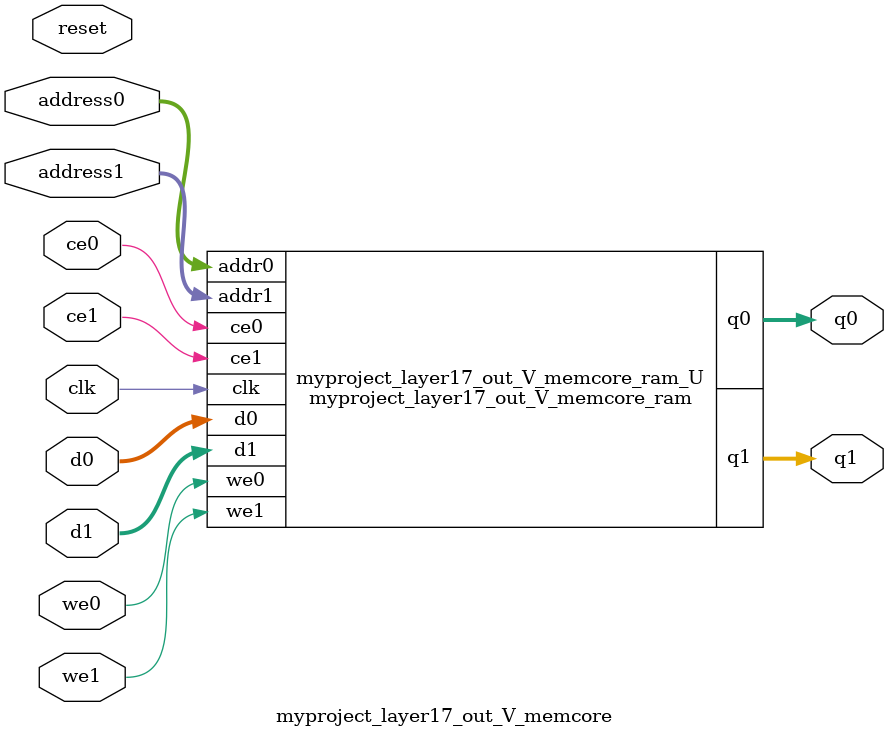
<source format=v>
`timescale 1 ns / 1 ps
module myproject_layer17_out_V_memcore_ram (addr0, ce0, d0, we0, q0, addr1, ce1, d1, we1, q1,  clk);

parameter DWIDTH = 12;
parameter AWIDTH = 5;
parameter MEM_SIZE = 20;

input[AWIDTH-1:0] addr0;
input ce0;
input[DWIDTH-1:0] d0;
input we0;
output reg[DWIDTH-1:0] q0;
input[AWIDTH-1:0] addr1;
input ce1;
input[DWIDTH-1:0] d1;
input we1;
output reg[DWIDTH-1:0] q1;
input clk;

(* ram_style = "distributed" *)reg [DWIDTH-1:0] ram[0:MEM_SIZE-1];




always @(posedge clk)  
begin 
    if (ce0) 
    begin
        if (we0) 
        begin 
            ram[addr0] <= d0; 
        end 
        q0 <= ram[addr0];
    end
end


always @(posedge clk)  
begin 
    if (ce1) 
    begin
        if (we1) 
        begin 
            ram[addr1] <= d1; 
        end 
        q1 <= ram[addr1];
    end
end


endmodule

`timescale 1 ns / 1 ps
module myproject_layer17_out_V_memcore(
    reset,
    clk,
    address0,
    ce0,
    we0,
    d0,
    q0,
    address1,
    ce1,
    we1,
    d1,
    q1);

parameter DataWidth = 32'd12;
parameter AddressRange = 32'd20;
parameter AddressWidth = 32'd5;
input reset;
input clk;
input[AddressWidth - 1:0] address0;
input ce0;
input we0;
input[DataWidth - 1:0] d0;
output[DataWidth - 1:0] q0;
input[AddressWidth - 1:0] address1;
input ce1;
input we1;
input[DataWidth - 1:0] d1;
output[DataWidth - 1:0] q1;



myproject_layer17_out_V_memcore_ram myproject_layer17_out_V_memcore_ram_U(
    .clk( clk ),
    .addr0( address0 ),
    .ce0( ce0 ),
    .we0( we0 ),
    .d0( d0 ),
    .q0( q0 ),
    .addr1( address1 ),
    .ce1( ce1 ),
    .we1( we1 ),
    .d1( d1 ),
    .q1( q1 ));

endmodule


</source>
